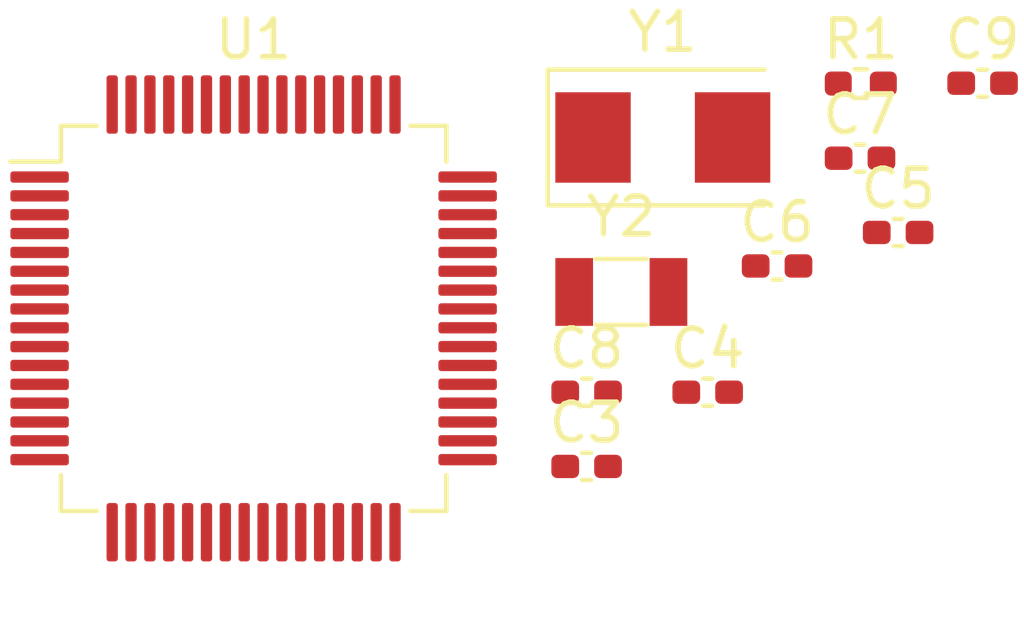
<source format=kicad_pcb>
(kicad_pcb (version 20211014) (generator pcbnew)
  (layers (0 "F.Cu" signal) (31 "B.Cu" signal) (34 "B.Paste" user) (35 "F.Paste" user) (36 "B.SilkS" user "B.Silkscreen") (37 "F.SilkS" user "F.Silkscreen") (38 "B.Mask" user) (39 "F.Mask" user) (44 "Edge.Cuts" user))
  (net 0 "")
  (net 1 "OSC_IN")
  (net 2 "GND")
  (net 3 "OSC_OUT")
  (net 4 "OSC32_IN")
  (net 5 "OSC32_OUT")
  (net 6 "+3.3V")
  (net 7 "VDDA")
  (net 8 "BOOT0")
  (net 9 "Net-(JP1-Pad2)")
  (net 13 "NRST")
  (net 18 "+3.3VA")
  (net 34 "Net-(C1-Pad1)")
  (net 48 "SWDIO")
  (net 49 "Net-(C2-Pad1)")
  (net 50 "SWCLK")
  (net 56 "SWO")
  (footprint "Capacitor_SMD:C_0402_1005Metric_Pad0.74x0.62mm_HandSolder" (layer "F.Cu") (at 73.538 89.802)
    (fp_text reference "C5" (at 0 -1.16) (layer "F.SilkS"))
    (fp_text value "10pF")
    (fp_line (start -0.115835 -0.36) (end 0.115835 -0.36) (layer "F.SilkS") (width 0.12))
    (fp_line (start -0.115835 0.36) (end 0.115835 0.36) (layer "F.SilkS") (width 0.12))
    (pad "1" smd roundrect (at -0.5675 0) (size 0.735 0.62) (layers "F.Cu" "F.Paste" "F.Mask") (net 4 "OSC32_IN"))
    (pad "2" smd roundrect (at 0.5675 0) (size 0.735 0.62) (layers "F.Cu" "F.Paste" "F.Mask") (net 2 "GND"))
  )
  (footprint "Resistor_SMD:R_0402_1005Metric_Pad0.72x0.64mm_HandSolder" (layer "F.Cu") (at 72.548 85.852)
    (fp_text reference "R1" (at 0 -1.17) (layer "F.SilkS"))
    (fp_text value "1k")
    (fp_line (start -0.167621 -0.38) (end 0.167621 -0.38) (layer "F.SilkS") (width 0.12))
    (fp_line (start -0.167621 0.38) (end 0.167621 0.38) (layer "F.SilkS") (width 0.12))
    (pad "1" smd roundrect (at -0.5975 0) (size 0.715 0.64) (layers "F.Cu" "F.Paste" "F.Mask") (net 8 "BOOT0"))
    (pad "2" smd roundrect (at 0.5975 0) (size 0.715 0.64) (layers "F.Cu" "F.Paste" "F.Mask") (net 9 "Net-(JP1-Pad2)"))
  )
  (footprint "Capacitor_SMD:C_0402_1005Metric_Pad0.74x0.62mm_HandSolder" (layer "F.Cu") (at 70.328 90.692)
    (fp_text reference "C6" (at 0 -1.16) (layer "F.SilkS"))
    (fp_text value "10pF")
    (fp_line (start -0.115835 0.36) (end 0.115835 0.36) (layer "F.SilkS") (width 0.12))
    (fp_line (start -0.115835 -0.36) (end 0.115835 -0.36) (layer "F.SilkS") (width 0.12))
    (pad "1" smd roundrect (at -0.5675 0) (size 0.735 0.62) (layers "F.Cu" "F.Paste" "F.Mask") (net 5 "OSC32_OUT"))
    (pad "2" smd roundrect (at 0.5675 0) (size 0.735 0.62) (layers "F.Cu" "F.Paste" "F.Mask") (net 2 "GND"))
  )
  (footprint "Crystal:Crystal_SMD_5032-2Pin_5.0x3.2mm" (layer "F.Cu") (at 67.298 87.282)
    (fp_text reference "Y1" (at 0 -2.8) (layer "F.SilkS"))
    (fp_text value "16Mhz")
    (fp_line (start -3.05 -1.8) (end -3.05 1.8) (layer "F.SilkS") (width 0.12))
    (fp_line (start 2.7 -1.8) (end -3.05 -1.8) (layer "F.SilkS") (width 0.12))
    (fp_line (start -3.05 1.8) (end 2.7 1.8) (layer "F.SilkS") (width 0.12))
    (pad "1" smd rect (at -1.85 0) (size 2 2.4) (layers "F.Cu" "F.Paste" "F.Mask") (net 1 "OSC_IN"))
    (pad "2" smd rect (at 1.85 0) (size 2 2.4) (layers "F.Cu" "F.Paste" "F.Mask") (net 3 "OSC_OUT"))
  )
  (footprint "Capacitor_SMD:C_0402_1005Metric_Pad0.74x0.62mm_HandSolder" (layer "F.Cu") (at 75.778 85.842)
    (fp_text reference "C9" (at 0 -1.16) (layer "F.SilkS"))
    (fp_text value "1u")
    (fp_line (start -0.115835 0.36) (end 0.115835 0.36) (layer "F.SilkS") (width 0.12))
    (fp_line (start -0.115835 -0.36) (end 0.115835 -0.36) (layer "F.SilkS") (width 0.12))
    (pad "1" smd roundrect (at -0.5675 0) (size 0.735 0.62) (layers "F.Cu" "F.Paste" "F.Mask") (net 7 "VDDA"))
    (pad "2" smd roundrect (at 0.5675 0) (size 0.735 0.62) (layers "F.Cu" "F.Paste" "F.Mask") (net 2 "GND"))
  )
  (footprint "Capacitor_SMD:C_0402_1005Metric_Pad0.74x0.62mm_HandSolder" (layer "F.Cu") (at 68.488 94.042)
    (fp_text reference "C4" (at 0 -1.16) (layer "F.SilkS"))
    (fp_text value "10pF")
    (fp_line (start -0.115835 -0.36) (end 0.115835 -0.36) (layer "F.SilkS") (width 0.12))
    (fp_line (start -0.115835 0.36) (end 0.115835 0.36) (layer "F.SilkS") (width 0.12))
    (pad "1" smd roundrect (at -0.5675 0) (size 0.735 0.62) (layers "F.Cu" "F.Paste" "F.Mask") (net 3 "OSC_OUT"))
    (pad "2" smd roundrect (at 0.5675 0) (size 0.735 0.62) (layers "F.Cu" "F.Paste" "F.Mask") (net 2 "GND"))
  )
  (footprint "Capacitor_SMD:C_0402_1005Metric_Pad0.74x0.62mm_HandSolder" (layer "F.Cu") (at 65.278 94.042)
    (fp_text reference "C8" (at 0 -1.16) (layer "F.SilkS"))
    (fp_text value "100n")
    (fp_line (start -0.115835 0.36) (end 0.115835 0.36) (layer "F.SilkS") (width 0.12))
    (fp_line (start -0.115835 -0.36) (end 0.115835 -0.36) (layer "F.SilkS") (width 0.12))
    (pad "1" smd roundrect (at -0.5675 0) (size 0.735 0.62) (layers "F.Cu" "F.Paste" "F.Mask") (net 7 "VDDA"))
    (pad "2" smd roundrect (at 0.5675 0) (size 0.735 0.62) (layers "F.Cu" "F.Paste" "F.Mask") (net 2 "GND"))
  )
  (footprint "Capacitor_SMD:C_0402_1005Metric_Pad0.74x0.62mm_HandSolder" (layer "F.Cu") (at 65.278 96.012)
    (fp_text reference "C3" (at 0 -1.16) (layer "F.SilkS"))
    (fp_text value "10pF")
    (fp_line (start -0.115835 0.36) (end 0.115835 0.36) (layer "F.SilkS") (width 0.12))
    (fp_line (start -0.115835 -0.36) (end 0.115835 -0.36) (layer "F.SilkS") (width 0.12))
    (pad "1" smd roundrect (at -0.5675 0) (size 0.735 0.62) (layers "F.Cu" "F.Paste" "F.Mask") (net 1 "OSC_IN"))
    (pad "2" smd roundrect (at 0.5675 0) (size 0.735 0.62) (layers "F.Cu" "F.Paste" "F.Mask") (net 2 "GND"))
  )
  (footprint "Package_QFP:LQFP-64_10x10mm_P0.5mm" (layer "F.Cu") (at 56.448 92.082)
    (fp_text reference "U1" (at 0 -7.4) (layer "F.SilkS"))
    (fp_text value "STM32F405RGTx")
    (fp_line (start -5.11 5.11) (end -5.11 4.16) (layer "F.SilkS") (width 0.12))
    (fp_line (start 5.11 5.11) (end 5.11 4.16) (layer "F.SilkS") (width 0.12))
    (fp_line (start -4.16 5.11) (end -5.11 5.11) (layer "F.SilkS") (width 0.12))
    (fp_line (start -5.11 -4.16) (end -6.45 -4.16) (layer "F.SilkS") (width 0.12))
    (fp_line (start -4.16 -5.11) (end -5.11 -5.11) (layer "F.SilkS") (width 0.12))
    (fp_line (start 4.16 -5.11) (end 5.11 -5.11) (layer "F.SilkS") (width 0.12))
    (fp_line (start 5.11 -5.11) (end 5.11 -4.16) (layer "F.SilkS") (width 0.12))
    (fp_line (start -5.11 -5.11) (end -5.11 -4.16) (layer "F.SilkS") (width 0.12))
    (fp_line (start 4.16 5.11) (end 5.11 5.11) (layer "F.SilkS") (width 0.12))
    (pad "1" smd roundrect (at -5.675 -3.75) (size 1.55 0.3) (layers "F.Cu" "F.Paste" "F.Mask") (net 6 "+3.3V"))
    (pad "2" smd roundrect (at -5.675 -3.25) (size 1.55 0.3) (layers "F.Cu" "F.Paste" "F.Mask"))
    (pad "3" smd roundrect (at -5.675 -2.75) (size 1.55 0.3) (layers "F.Cu" "F.Paste" "F.Mask"))
    (pad "4" smd roundrect (at -5.675 -2.25) (size 1.55 0.3) (layers "F.Cu" "F.Paste" "F.Mask"))
    (pad "5" smd roundrect (at -5.675 -1.75) (size 1.55 0.3) (layers "F.Cu" "F.Paste" "F.Mask") (net 1 "OSC_IN"))
    (pad "6" smd roundrect (at -5.675 -1.25) (size 1.55 0.3) (layers "F.Cu" "F.Paste" "F.Mask") (net 3 "OSC_OUT"))
    (pad "7" smd roundrect (at -5.675 -0.75) (size 1.55 0.3) (layers "F.Cu" "F.Paste" "F.Mask") (net 13 "NRST"))
    (pad "8" smd roundrect (at -5.675 -0.25) (size 1.55 0.3) (layers "F.Cu" "F.Paste" "F.Mask"))
    (pad "9" smd roundrect (at -5.675 0.25) (size 1.55 0.3) (layers "F.Cu" "F.Paste" "F.Mask"))
    (pad "10" smd roundrect (at -5.675 0.75) (size 1.55 0.3) (layers "F.Cu" "F.Paste" "F.Mask"))
    (pad "11" smd roundrect (at -5.675 1.25) (size 1.55 0.3) (layers "F.Cu" "F.Paste" "F.Mask"))
    (pad "12" smd roundrect (at -5.675 1.75) (size 1.55 0.3) (layers "F.Cu" "F.Paste" "F.Mask") (net 2 "GND"))
    (pad "13" smd roundrect (at -5.675 2.25) (size 1.55 0.3) (layers "F.Cu" "F.Paste" "F.Mask") (net 18 "+3.3VA"))
    (pad "14" smd roundrect (at -5.675 2.75) (size 1.55 0.3) (layers "F.Cu" "F.Paste" "F.Mask"))
    (pad "15" smd roundrect (at -5.675 3.25) (size 1.55 0.3) (layers "F.Cu" "F.Paste" "F.Mask"))
    (pad "16" smd roundrect (at -5.675 3.75) (size 1.55 0.3) (layers "F.Cu" "F.Paste" "F.Mask"))
    (pad "17" smd roundrect (at -3.75 5.675) (size 0.3 1.55) (layers "F.Cu" "F.Paste" "F.Mask"))
    (pad "18" smd roundrect (at -3.25 5.675) (size 0.3 1.55) (layers "F.Cu" "F.Paste" "F.Mask") (net 2 "GND"))
    (pad "19" smd roundrect (at -2.75 5.675) (size 0.3 1.55) (layers "F.Cu" "F.Paste" "F.Mask") (net 6 "+3.3V"))
    (pad "20" smd roundrect (at -2.25 5.675) (size 0.3 1.55) (layers "F.Cu" "F.Paste" "F.Mask"))
    (pad "21" smd roundrect (at -1.75 5.675) (size 0.3 1.55) (layers "F.Cu" "F.Paste" "F.Mask"))
    (pad "22" smd roundrect (at -1.25 5.675) (size 0.3 1.55) (layers "F.Cu" "F.Paste" "F.Mask"))
    (pad "23" smd roundrect (at -0.75 5.675) (size 0.3 1.55) (layers "F.Cu" "F.Paste" "F.Mask"))
    (pad "24" smd roundrect (at -0.25 5.675) (size 0.3 1.55) (layers "F.Cu" "F.Paste" "F.Mask"))
    (pad "25" smd roundrect (at 0.25 5.675) (size 0.3 1.55) (layers "F.Cu" "F.Paste" "F.Mask"))
    (pad "26" smd roundrect (at 0.75 5.675) (size 0.3 1.55) (layers "F.Cu" "F.Paste" "F.Mask"))
    (pad "27" smd roundrect (at 1.25 5.675) (size 0.3 1.55) (layers "F.Cu" "F.Paste" "F.Mask"))
    (pad "28" smd roundrect (at 1.75 5.675) (size 0.3 1.55) (layers "F.Cu" "F.Paste" "F.Mask"))
    (pad "29" smd roundrect (at 2.25 5.675) (size 0.3 1.55) (layers "F.Cu" "F.Paste" "F.Mask"))
    (pad "30" smd roundrect (at 2.75 5.675) (size 0.3 1.55) (layers "F.Cu" "F.Paste" "F.Mask"))
    (pad "31" smd roundrect (at 3.25 5.675) (size 0.3 1.55) (layers "F.Cu" "F.Paste" "F.Mask") (net 34 "Net-(C1-Pad1)"))
    (pad "32" smd roundrect (at 3.75 5.675) (size 0.3 1.55) (layers "F.Cu" "F.Paste" "F.Mask") (net 6 "+3.3V"))
    (pad "33" smd roundrect (at 5.675 3.75) (size 1.55 0.3) (layers "F.Cu" "F.Paste" "F.Mask"))
    (pad "34" smd roundrect (at 5.675 3.25) (size 1.55 0.3) (layers "F.Cu" "F.Paste" "F.Mask"))
    (pad "35" smd roundrect (at 5.675 2.75) (size 1.55 0.3) (layers "F.Cu" "F.Paste" "F.Mask"))
    (pad "36" smd roundrect (at 5.675 2.25) (size 1.55 0.3) (layers "F.Cu" "F.Paste" "F.Mask"))
    (pad "37" smd roundrect (at 5.675 1.75) (size 1.55 0.3) (layers "F.Cu" "F.Paste" "F.Mask"))
    (pad "38" smd roundrect (at 5.675 1.25) (size 1.55 0.3) (layers "F.Cu" "F.Paste" "F.Mask"))
    (pad "39" smd roundrect (at 5.675 0.75) (size 1.55 0.3) (layers "F.Cu" "F.Paste" "F.Mask"))
    (pad "40" smd roundrect (at 5.675 0.25) (size 1.55 0.3) (layers "F.Cu" "F.Paste" "F.Mask"))
    (pad "41" smd roundrect (at 5.675 -0.25) (size 1.55 0.3) (layers "F.Cu" "F.Paste" "F.Mask"))
    (pad "42" smd roundrect (at 5.675 -0.75) (size 1.55 0.3) (layers "F.Cu" "F.Paste" "F.Mask"))
    (pad "43" smd roundrect (at 5.675 -1.25) (size 1.55 0.3) (layers "F.Cu" "F.Paste" "F.Mask"))
    (pad "44" smd roundrect (at 5.675 -1.75) (size 1.55 0.3) (layers "F.Cu" "F.Paste" "F.Mask"))
    (pad "45" smd roundrect (at 5.675 -2.25) (size 1.55 0.3) (layers "F.Cu" "F.Paste" "F.Mask"))
    (pad "46" smd roundrect (at 5.675 -2.75) (size 1.55 0.3) (layers "F.Cu" "F.Paste" "F.Mask") (net 48 "SWDIO"))
    (pad "47" smd roundrect (at 5.675 -3.25) (size 1.55 0.3) (layers "F.Cu" "F.Paste" "F.Mask") (net 49 "Net-(C2-Pad1)"))
    (pad "48" smd roundrect (at 5.675 -3.75) (size 1.55 0.3) (layers "F.Cu" "F.Paste" "F.Mask") (net 6 "+3.3V"))
    (pad "49" smd roundrect (at 3.75 -5.675) (size 0.3 1.55) (layers "F.Cu" "F.Paste" "F.Mask") (net 50 "SWCLK"))
    (pad "50" smd roundrect (at 3.25 -5.675) (size 0.3 1.55) (layers "F.Cu" "F.Paste" "F.Mask"))
    (pad "51" smd roundrect (at 2.75 -5.675) (size 0.3 1.55) (layers "F.Cu" "F.Paste" "F.Mask"))
    (pad "52" smd roundrect (at 2.25 -5.675) (size 0.3 1.55) (layers "F.Cu" "F.Paste" "F.Mask"))
    (pad "53" smd roundrect (at 1.75 -5.675) (size 0.3 1.55) (layers "F.Cu" "F.Paste" "F.Mask"))
    (pad "54" smd roundrect (at 1.25 -5.675) (size 0.3 1.55) (layers "F.Cu" "F.Paste" "F.Mask"))
    (pad "55" smd roundrect (at 0.75 -5.675) (size 0.3 1.55) (layers "F.Cu" "F.Paste" "F.Mask") (net 56 "SWO"))
    (pad "56" smd roundrect (at 0.25 -5.675) (size 0.3 1.55) (layers "F.Cu" "F.Paste" "F.Mask"))
    (pad "57" smd roundrect (at -0.25 -5.675) (size 0.3 1.55) (layers "F.Cu" "F.Paste" "F.Mask"))
    (pad "58" smd roundrect (at -0.75 -5.675) (size 0.3 1.55) (layers "F.Cu" "F.Paste" "F.Mask"))
    (pad "59" smd roundrect (at -1.25 -5.675) (size 0.3 1.55) (layers "F.Cu" "F.Paste" "F.Mask"))
    (pad "60" smd roundrect (at -1.75 -5.675) (size 0.3 1.55) (layers "F.Cu" "F.Paste" "F.Mask") (net 8 "BOOT0"))
    (pad "61" smd roundrect (at -2.25 -5.675) (size 0.3 1.55) (layers "F.Cu" "F.Paste" "F.Mask"))
    (pad "62" smd roundrect (at -2.75 -5.675) (size 0.3 1.55) (layers "F.Cu" "F.Paste" "F.Mask"))
    (pad "63" smd roundrect (at -3.25 -5.675) (size 0.3 1.55) (layers "F.Cu" "F.Paste" "F.Mask"))
    (pad "64" smd roundrect (at -3.75 -5.675) (size 0.3 1.55) (layers "F.Cu" "F.Paste" "F.Mask") (net 6 "+3.3V"))
  )
  (footprint "Crystal:Crystal_SMD_3215-2Pin_3.2x1.5mm" (layer "F.Cu") (at 66.198 91.382)
    (fp_text reference "Y2" (at 0 -2) (layer "F.SilkS"))
    (fp_text value "32KHz")
    (fp_line (start -0.675 0.875) (end 0.675 0.875) (layer "F.SilkS") (width 0.12))
    (fp_line (start -0.675 -0.875) (end 0.675 -0.875) (layer "F.SilkS") (width 0.12))
    (pad "1" smd rect (at 1.25 0) (size 1 1.8) (layers "F.Cu" "F.Paste" "F.Mask") (net 4 "OSC32_IN"))
    (pad "2" smd rect (at -1.25 0) (size 1 1.8) (layers "F.Cu" "F.Paste" "F.Mask") (net 5 "OSC32_OUT"))
  )
  (footprint "Capacitor_SMD:C_0402_1005Metric_Pad0.74x0.62mm_HandSolder" (layer "F.Cu") (at 72.528 87.832)
    (fp_text reference "C7" (at 0 -1.16) (layer "F.SilkS"))
    (fp_text value "100n")
    (fp_line (start -0.115835 0.36) (end 0.115835 0.36) (layer "F.SilkS") (width 0.12))
    (fp_line (start -0.115835 -0.36) (end 0.115835 -0.36) (layer "F.SilkS") (width 0.12))
    (pad "1" smd roundrect (at -0.5675 0) (size 0.735 0.62) (layers "F.Cu" "F.Paste" "F.Mask") (net 6 "+3.3V"))
    (pad "2" smd roundrect (at 0.5675 0) (size 0.735 0.62) (layers "F.Cu" "F.Paste" "F.Mask") (net 2 "GND"))
  )
)
</source>
